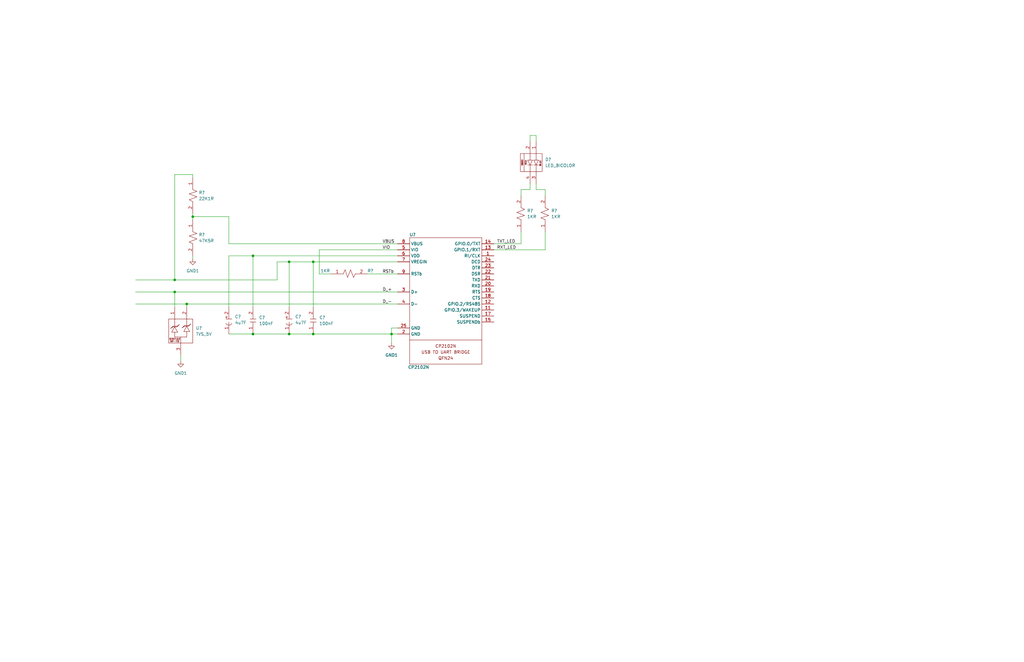
<source format=kicad_sch>
(kicad_sch (version 20211123) (generator eeschema)
  (paper "B")
  (title_block (title "BLDC Driver") (rev "01") (company "Siavash Taher Parvar") (comment 1 "Siavash Taher Parvar") (comment 2 "Siavash Taher Parvar") (comment 3 "Siavash Taher Parvar") (comment 8 "No Variant") (comment 9 "N/A"))
  (lib_symbols
    (symbol "4u7F_1"
      (property "Reference" "C" (at 2.286 5.842 0))
      (property "Value" "4u7F_1" (at 5.08 -9.906 0))
      (symbol "4u7F_1_0_1"
        (arc (start -1.27 4.5041) (mid 0 2.3627) (end 1.27 4.5041))
        (polyline (pts (xy -1.27 6.35) (xy 1.27 6.35)))
        (polyline (pts (xy -1.016 7.62) (xy -1.016 6.604)))
        (polyline (pts (xy -0.508 7.112) (xy -1.524 7.112)))
      )
      (symbol "4u7F_1_1_1"
        (pin passive line (at 0 0 90) (length 5.08) (name "") (number "1"))
        (pin passive line (at 0 11.43 270) (length 5.08) (name "") (number "2"))
      )
    )
    (symbol "BLDC Driver_LIB:100nF"
      (property "Reference" "C" (at 1.524 3.302 0))
      (property "Value" "100nF" (at 3.556 -1.778 0))
      (symbol "100nF_0_1"
        (polyline (pts (xy -1.27 0) (xy 1.27 0)))
        (polyline (pts (xy -1.27 1.27) (xy 1.27 1.27)))
      )
      (symbol "100nF_1_1"
        (pin passive line (at 0 -5.08 90) (length 5.08) (name "") (number "1"))
        (pin passive line (at 0 6.35 270) (length 5.08) (name "") (number "2"))
      )
    )
    (symbol "BLDC Driver_LIB:1KR"
      (property "Reference" "R" (at 15.748 1.016 0))
      (property "Value" "1KR" (at -1.778 1.016 0))
      (symbol "1KR_0_1"
        (polyline (pts (xy 5.08 0) (xy 5.842 1.778) (xy 6.858 -1.524) (xy 8.128 1.778) (xy 9.398 -1.524) (xy 10.16 0)))
      )
      (symbol "1KR_1_1"
        (pin passive line (at 0 0 0) (length 5.08) (name "") (number "1"))
        (pin passive line (at 15.24 0 180) (length 5.08) (name "") (number "2"))
      )
    )
    (symbol "BLDC Driver_LIB:22K1R"
      (property "Reference" "R" (at 15.494 1.016 0))
      (property "Value" "22K1R" (at -2.794 1.016 0))
      (symbol "22K1R_0_1"
        (polyline (pts (xy 5.08 0) (xy 5.842 1.778) (xy 6.858 -1.524) (xy 8.128 1.778) (xy 9.398 -1.524) (xy 10.16 0)))
      )
      (symbol "22K1R_1_1"
        (pin passive line (at 0 0 0) (length 5.08) (name "") (number "1"))
        (pin passive line (at 15.24 0 180) (length 5.08) (name "") (number "2"))
      )
    )
    (symbol "BLDC Driver_LIB:47K5R"
      (property "Reference" "R" (at 15.748 1.016 0))
      (property "Value" "47K5R" (at -2.794 1.016 0))
      (symbol "47K5R_0_1"
        (polyline (pts (xy 5.08 0) (xy 5.842 1.778) (xy 6.858 -1.524) (xy 8.128 1.778) (xy 9.398 -1.524) (xy 10.16 0)))
      )
      (symbol "47K5R_1_1"
        (pin passive line (at 0 0 0) (length 5.08) (name "") (number "1"))
        (pin passive line (at 15.24 0 180) (length 5.08) (name "") (number "2"))
      )
    )
    (symbol "BLDC Driver_LIB:4u7F"
      (property "Reference" "C" (at 2.286 5.842 0))
      (property "Value" "4u7F" (at 5.08 -9.906 0))
      (symbol "4u7F_0_1"
        (arc (start -1.27 4.5041) (mid 0 2.3627) (end 1.27 4.5041))
        (polyline (pts (xy -1.27 6.35) (xy 1.27 6.35)))
        (polyline (pts (xy -1.016 7.62) (xy -1.016 6.604)))
        (polyline (pts (xy -0.508 7.112) (xy -1.524 7.112)))
      )
      (symbol "4u7F_1_1"
        (pin passive line (at 0 0 90) (length 5.08) (name "") (number "1"))
        (pin passive line (at 0 11.43 270) (length 5.08) (name "") (number "2"))
      )
    )
    (symbol "BLDC Driver_LIB:CP2102N"
      (property "Reference" "U" (at 2.54 17.78 0))
      (property "Value" "CP2102N" (at 5.08 12.7 0))
      (symbol "CP2102N_0_0"
        (text "CP2102N" (at 15.24 -45.72 0) (effects (font (size 1.27 1.27))))
        (text "QFN24" (at 15.24 -50.8 0) (effects (font (size 1.27 1.27))))
        (text "USB TO UART BRIDGE" (at 15.24 -48.26 0) (effects (font (size 1.27 1.27))))
      )
      (symbol "CP2102N_0_1"
        (polyline (pts (xy 30.48 -43.18) (xy 0 -43.18)))
        (rectangle (start 0 0) (end 30.48 -53.34))
      )
      (symbol "CP2102N_1_1"
        (pin bidirectional line (at 35.56 -7.62 180) (length 5.08) (name "RI/CLK") (number "1"))
        (pin no_connect line (at 35.56 -38.1 180) (length 5.08) hide (name "NC") (number "10"))
        (pin input line (at 35.56 -30.48 180) (length 5.08) (name "GPIO.3/WAKEUP") (number "11"))
        (pin input line (at 35.56 -27.94 180) (length 5.08) (name "GPIO.2/RS485") (number "12"))
        (pin bidirectional line (at 35.56 -5.08 180) (length 5.08) (name "GPIO.1/RXT") (number "13"))
        (pin bidirectional line (at 35.56 -2.54 180) (length 5.08) (name "GPIO.0/TXT") (number "14"))
        (pin output line (at 35.56 -35.56 180) (length 5.08) (name "SUSPENDb") (number "15"))
        (pin no_connect line (at 35.56 -40.64 180) (length 5.08) hide (name "NC") (number "16"))
        (pin output line (at 35.56 -33.02 180) (length 5.08) (name "SUSPEND") (number "17"))
        (pin input line (at 35.56 -25.4 180) (length 5.08) (name "CTS") (number "18"))
        (pin output line (at 35.56 -22.86 180) (length 5.08) (name "RTS") (number "19"))
        (pin power_in line (at -5.08 -40.64 0) (length 5.08) (name "GND") (number "2"))
        (pin input line (at 35.56 -20.32 180) (length 5.08) (name "RXD") (number "20"))
        (pin output line (at 35.56 -17.78 180) (length 5.08) (name "TXD") (number "21"))
        (pin input line (at 35.56 -15.24 180) (length 5.08) (name "DSR") (number "22"))
        (pin output line (at 35.56 -12.7 180) (length 5.08) (name "DTR") (number "23"))
        (pin input line (at 35.56 -10.16 180) (length 5.08) (name "DCD") (number "24"))
        (pin power_in line (at -5.08 -38.1 0) (length 5.08) (name "GND") (number "25"))
        (pin bidirectional line (at -5.08 -22.86 0) (length 5.08) (name "D+") (number "3"))
        (pin bidirectional line (at -5.08 -27.94 0) (length 5.08) (name "D-") (number "4"))
        (pin power_in line (at -5.08 -5.08 0) (length 5.08) (name "VIO") (number "5"))
        (pin power_in line (at -5.08 -7.62 0) (length 5.08) (name "VDD") (number "6"))
        (pin power_in line (at -5.08 -10.16 0) (length 5.08) (name "VREGIN") (number "7"))
        (pin input line (at -5.08 -2.54 0) (length 5.08) (name "VBUS") (number "8"))
        (pin passive line (at -5.08 -15.24 0) (length 5.08) (name "RSTb") (number "9"))
      )
    )
    (symbol "BLDC Driver_LIB:LED_BICOLOR"
      (property "Reference" "D" (at 10.922 8.636 0))
      (property "Value" "LED_BICOLOR" (at 1.778 8.128 0))
      (symbol "LED_BICOLOR_0_0"
        (polyline (pts (xy 0 -7.62) (xy 7.62 -7.62)))
        (polyline (pts (xy 2.794 -5.08) (xy 0 -5.08)))
        (polyline (pts (xy 2.794 -2.54) (xy 0 -2.54)))
        (polyline (pts (xy 4.826 -5.08) (xy 7.62 -5.08)))
        (polyline (pts (xy 4.826 -4.064) (xy 4.826 -6.096)))
        (polyline (pts (xy 4.826 -2.54) (xy 7.62 -2.54)))
        (polyline (pts (xy 4.826 -1.524) (xy 4.826 -3.556)))
        (polyline (pts (xy 2.794 -4.064) (xy 2.794 -6.096) (xy 4.826 -5.08) (xy 2.794 -4.064)))
        (polyline (pts (xy 2.794 -1.524) (xy 2.794 -3.556) (xy 4.826 -2.54) (xy 2.794 -1.524)))
        (rectangle (start 0 0) (end 7.62 -9.144))
        (text "0603" (at 3.81 -8.382 0) (effects (font (size 0.635 0.635))))
        (text "BLUE" (at 4.064 -0.762 0) (effects (font (size 0.635 0.635))))
        (text "RED" (at 3.81 -6.858 0) (effects (font (size 0.635 0.635))))
      )
      (symbol "LED_BICOLOR_1_1"
        (pin passive line (at -5.08 -2.54 0) (length 5.08) (name "") (number "1"))
        (pin passive line (at -5.08 -5.08 0) (length 5.08) (name "") (number "2"))
        (pin passive line (at 12.7 -2.54 180) (length 5.08) (name "") (number "3"))
        (pin passive line (at 12.7 -5.08 180) (length 5.08) (name "") (number "4"))
      )
    )
    (symbol "BLDC Driver_LIB:TVS_5V"
      (property "Reference" "U" (at 11.176 -0.762 0))
      (property "Value" "TVS_5V" (at 13.716 -9.398 0))
      (symbol "TVS_5V_0_0"
        (text "SESD7L5.0" (at 2.54 -8.382 0) (effects (font (size 0.5588 0.5588))))
        (text "SOT-723" (at 2.54 -9.398 0) (effects (font (size 0.5588 0.5588))))
      )
      (symbol "TVS_5V_0_1"
        (polyline (pts (xy 2.54 -3.048) (xy 2.54 0)))
        (polyline (pts (xy 7.62 -2.794) (xy 7.62 0)))
        (polyline (pts (xy 7.62 -5.334) (xy 7.62 -7.62) (xy 5.08 -7.62)))
        (polyline (pts (xy 2.54 -5.588) (xy 2.54 -7.62) (xy 5.08 -7.62) (xy 5.08 -10.16)))
        (polyline (pts (xy 2.54 -3.302) (xy 1.27 -5.588) (xy 3.81 -5.588) (xy 2.54 -3.302)))
        (polyline (pts (xy 7.62 -3.048) (xy 6.35 -5.334) (xy 8.89 -5.334) (xy 7.62 -3.048)))
        (polyline (pts (xy 0.762 -4.064) (xy 1.778 -3.048) (xy 3.556 -3.048) (xy 4.572 -2.286) (xy 3.556 -3.302) (xy 1.778 -3.302) (xy 0.762 -4.064)))
        (polyline (pts (xy 5.588 -3.81) (xy 6.604 -2.794) (xy 8.382 -2.794) (xy 9.398 -2.032) (xy 8.382 -3.048) (xy 6.604 -3.048) (xy 5.588 -3.81)))
        (rectangle (start 0 0) (end 10.16 -10.16))
      )
      (symbol "TVS_5V_1_1"
        (pin passive line (at 2.54 5.08 270) (length 5.08) (name "") (number "1"))
        (pin passive line (at 7.62 5.08 270) (length 5.08) (name "") (number "2"))
        (pin power_in line (at 5.08 -15.24 90) (length 5.08) (name "") (number "3"))
      )
    )
    (symbol "power:GND1" (power) (pin_names (offset 0))
      (property "Value" "GND1" (at 0 -3.81 0))
      (symbol "GND1_0_1"
        (polyline (pts (xy 0 0) (xy 0 -1.27) (xy 1.27 -1.27) (xy 0 -2.54) (xy -1.27 -1.27) (xy 0 -1.27)))
      )
      (symbol "GND1_1_1"
        (pin power_in line (at 0 0 270) (length 0) hide (name "GND1") (number "1"))
      )
    )
  )
  (junction (at 73.66 118.11))
  (junction (at 132.08 110.49))
  (junction (at 121.92 140.97))
  (junction (at 121.92 110.49))
  (junction (at 73.66 123.19))
  (junction (at 81.28 91.44))
  (junction (at 132.08 140.97))
  (junction (at 165.1 140.97))
  (junction (at 106.68 140.97))
  (junction (at 106.68 107.95))
  (junction (at 78.74 128.27))
  (wire (pts (xy 219.71 80.01) (xy 223.52 80.01)))
  (wire (pts (xy 96.52 140.97) (xy 106.68 140.97)))
  (wire (pts (xy 76.2 149.86) (xy 76.2 152.4)))
  (wire (pts (xy 167.64 138.43) (xy 165.1 138.43)))
  (wire (pts (xy 73.66 73.66) (xy 81.28 73.66)))
  (wire (pts (xy 81.28 91.44) (xy 81.28 92.71)))
  (wire (pts (xy 167.64 102.87) (xy 96.52 102.87)))
  (wire (pts (xy 121.92 140.97) (xy 132.08 140.97)))
  (wire (pts (xy 121.92 129.54) (xy 121.92 110.49)))
  (wire (pts (xy 165.1 140.97) (xy 165.1 144.78)))
  (wire (pts (xy 73.66 123.19) (xy 73.66 129.54)))
  (wire (pts (xy 78.74 128.27) (xy 167.64 128.27)))
  (wire (pts (xy 73.66 118.11) (xy 116.84 118.11)))
  (wire (pts (xy 57.15 123.19) (xy 73.66 123.19)))
  (wire (pts (xy 121.92 110.49) (xy 132.08 110.49)))
  (wire (pts (xy 134.62 105.41) (xy 167.64 105.41)))
  (wire (pts (xy 223.52 77.47) (xy 223.52 80.01)))
  (wire (pts (xy 96.52 129.54) (xy 96.52 107.95)))
  (wire (pts (xy 139.7 115.57) (xy 134.62 115.57)))
  (wire (pts (xy 96.52 91.44) (xy 81.28 91.44)))
  (wire (pts (xy 154.94 115.57) (xy 167.64 115.57)))
  (wire (pts (xy 223.52 57.15) (xy 223.52 59.69)))
  (wire (pts (xy 73.66 123.19) (xy 167.64 123.19)))
  (wire (pts (xy 226.06 77.47) (xy 226.06 80.01)))
  (wire (pts (xy 116.84 118.11) (xy 116.84 110.49)))
  (wire (pts (xy 208.28 105.41) (xy 229.87 105.41)))
  (wire (pts (xy 78.74 128.27) (xy 78.74 129.54)))
  (wire (pts (xy 165.1 138.43) (xy 165.1 140.97)))
  (wire (pts (xy 226.06 80.01) (xy 229.87 80.01)))
  (wire (pts (xy 81.28 90.17) (xy 81.28 91.44)))
  (wire (pts (xy 165.1 140.97) (xy 167.64 140.97)))
  (wire (pts (xy 96.52 91.44) (xy 96.52 102.87)))
  (wire (pts (xy 57.15 118.11) (xy 73.66 118.11)))
  (wire (pts (xy 81.28 73.66) (xy 81.28 74.93)))
  (wire (pts (xy 134.62 105.41) (xy 134.62 115.57)))
  (wire (pts (xy 57.15 128.27) (xy 78.74 128.27)))
  (wire (pts (xy 96.52 107.95) (xy 106.68 107.95)))
  (wire (pts (xy 219.71 102.87) (xy 219.71 97.79)))
  (wire (pts (xy 132.08 110.49) (xy 167.64 110.49)))
  (wire (pts (xy 219.71 82.55) (xy 219.71 80.01)))
  (wire (pts (xy 81.28 109.22) (xy 81.28 107.95)))
  (wire (pts (xy 226.06 59.69) (xy 226.06 57.15)))
  (wire (pts (xy 106.68 107.95) (xy 106.68 129.54)))
  (wire (pts (xy 226.06 57.15) (xy 223.52 57.15)))
  (wire (pts (xy 106.68 107.95) (xy 167.64 107.95)))
  (wire (pts (xy 116.84 110.49) (xy 121.92 110.49)))
  (wire (pts (xy 229.87 105.41) (xy 229.87 97.79)))
  (wire (pts (xy 229.87 80.01) (xy 229.87 82.55)))
  (wire (pts (xy 208.28 102.87) (xy 219.71 102.87)))
  (wire (pts (xy 132.08 140.97) (xy 165.1 140.97)))
  (wire (pts (xy 106.68 140.97) (xy 121.92 140.97)))
  (wire (pts (xy 73.66 73.66) (xy 73.66 118.11)))
  (wire (pts (xy 132.08 110.49) (xy 132.08 129.54)))
  (label "D_-" (at 161.29 128.27 0))
  (label "RSTb" (at 161.29 115.57 0))
  (label "D_+" (at 161.29 123.19 0))
  (label "VBUS" (at 161.29 102.87 0))
  (label "TXT_LED" (at 209.55 102.87 0))
  (label "RXT_LED" (at 209.55 105.41 0))
  (label "VIO" (at 161.29 105.41 0))
  (symbol (lib_id "BLDC Driver_LIB:CP2102N") (at 172.72 100.33 0) (unit 1)
    (property "Reference" "U?" (at 173.99 99.06 0))
    (property "Value" "CP2102N" (at 176.53 154.94 0))
    (property "Datasheet" "https://www.silabs.com/documents/public/data-sheets/cp2102n-datasheet.pdf" (effects hide))
  )
  (symbol (lib_id "BLDC Driver_LIB:TVS_5V") (at 71.12 134.62 0) (unit 1)
    (property "Reference" "U?" (at 82.55 138.4299 0) (effects (justify left)))
    (property "Value" "TVS_5V" (at 82.55 140.9699 0) (effects (justify left)))
    (property "Datasheet" "https://www.onsemi.com/pdf/datasheet/esd7l-d.pdf" (effects hide))
  )
  (symbol (lib_id "BLDC Driver_LIB:100nF") (at 106.68 135.89 0) (unit 1)
    (property "Reference" "C?" (at 109.22 133.9849 0) (effects (justify left)))
    (property "Value" "100nF" (at 109.22 136.5249 0) (effects (justify left)))
    (property "Datasheet" "https://connect.kemet.com:7667/gateway/IntelliData-ComponentDocumentation/1.0/download/datasheet/C0603C104K3RACTU" (effects hide))
  )
  (symbol (lib_id "BLDC Driver_LIB:47K5R") (at 81.28 92.71 270) (unit 1)
    (property "Reference" "R?" (at 83.82 99.0599 90) (effects (justify left)))
    (property "Value" "47K5R" (at 83.82 101.5999 90) (effects (justify left)))
    (property "Datasheet" "https://www.seielect.com/catalog/sei-rmcf_rmcp.pdf" (effects hide))
  )
  (symbol (lib_id "power:GND1") (at 76.2 152.4 0) (unit 1)
    (property "Reference" "#PWR?" (effects hide))
    (property "Value" "GND1" (at 76.2 157.48 0))
  )
  (symbol (lib_id "BLDC Driver_LIB:100nF") (at 132.08 135.89 0) (unit 1)
    (property "Reference" "C?" (at 134.62 133.9849 0) (effects (justify left)))
    (property "Value" "100nF" (at 134.62 136.5249 0) (effects (justify left)))
    (property "Datasheet" "https://connect.kemet.com:7667/gateway/IntelliData-ComponentDocumentation/1.0/download/datasheet/C0603C104K3RACTU" (effects hide))
  )
  (symbol (lib_id "BLDC Driver_LIB:1KR") (at 219.71 97.79 90) (unit 1)
    (property "Reference" "R?" (at 222.25 88.8999 90) (effects (justify right)))
    (property "Value" "1KR" (at 222.25 91.4399 90) (effects (justify right)))
    (property "Datasheet" "https://www.seielect.com/catalog/sei-rmcf_rmcp.pdf" (effects hide))
  )
  (symbol (lib_id "power:GND1") (at 81.28 109.22 0) (unit 1)
    (property "Reference" "#PWR?" (effects hide))
    (property "Value" "GND1" (at 81.28 114.3 0))
  )
  (symbol (lib_name "4u7F_1") (lib_id "BLDC Driver_LIB:4u7F") (at 121.92 140.97 0) (unit 1)
    (property "Reference" "C?" (at 124.46 133.6378 0) (effects (justify left)))
    (property "Value" "4u7F" (at 124.46 136.1778 0) (effects (justify left)))
    (property "Datasheet" "https://download.datasheets.com/pdfs2/2020/5/3/0/22/37/520560/avx_/auto/f98-aj6.pdf" (effects hide))
  )
  (symbol (lib_id "BLDC Driver_LIB:LED_BICOLOR") (at 228.6 64.77 270) (unit 1)
    (property "Reference" "D?" (at 229.87 67.3099 90) (effects (justify left)))
    (property "Value" "LED_BICOLOR" (at 229.87 69.8499 90) (effects (justify left)))
    (property "Datasheet" "https://docs.broadcom.com/docs/AV02-0584EN" (effects hide))
  )
  (symbol (lib_id "power:GND1") (at 165.1 144.78 0) (unit 1)
    (property "Reference" "#PWR?" (effects hide))
    (property "Value" "GND1" (at 165.1 149.86 0))
  )
  (symbol (lib_id "BLDC Driver_LIB:22K1R") (at 81.28 74.93 270) (unit 1)
    (property "Reference" "R?" (at 83.82 81.2799 90) (effects (justify left)))
    (property "Value" "22K1R" (at 83.82 83.8199 90) (effects (justify left)))
    (property "Datasheet" "https://www.seielect.com/catalog/sei-rmcf_rmcp.pdf" (effects hide))
  )
  (symbol (lib_id "BLDC Driver_LIB:4u7F") (at 96.52 140.97 0) (unit 1)
    (property "Reference" "C?" (at 99.06 133.6378 0) (effects (justify left)))
    (property "Value" "4u7F" (at 99.06 136.1778 0) (effects (justify left)))
    (property "Datasheet" "https://download.datasheets.com/pdfs2/2020/5/3/0/22/37/520560/avx_/auto/f98-aj6.pdf" (effects hide))
  )
  (symbol (lib_id "BLDC Driver_LIB:1KR") (at 229.87 97.79 90) (unit 1)
    (property "Reference" "R?" (at 232.41 88.8999 90) (effects (justify right)))
    (property "Value" "1KR" (at 232.41 91.4399 90) (effects (justify right)))
    (property "Datasheet" "https://www.seielect.com/catalog/sei-rmcf_rmcp.pdf" (effects hide))
  )
  (symbol (lib_id "BLDC Driver_LIB:1KR") (at 139.7 115.57 0) (unit 1)
    (property "Reference" "R?" (at 156.21 114.3 0))
    (property "Value" "1KR" (at 137.16 114.3 0))
    (property "Datasheet" "https://www.seielect.com/catalog/sei-rmcf_rmcp.pdf" (effects hide))
  )
)
</source>
